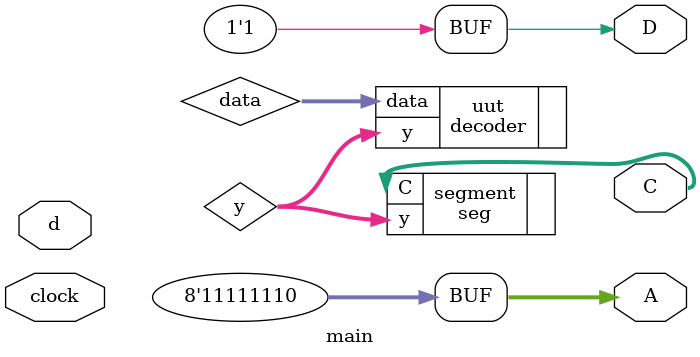
<source format=v>
`timescale 1ns / 1ps


module main(d,clock, A, D, C); 
  input d,clock;
  output reg[7:0] A = 8'b11111110;
  output reg D = 1'b1;
  output [6:0] C;
  wire[7:0] y;
  wire [2:0] data;
  decoder uut(.data(data), .y(y));  
  seg segment(.y(y), .C(C));
  
  // uut stands for Unit Under Test, which is declared as an object of module decoder
 
endmodule


</source>
